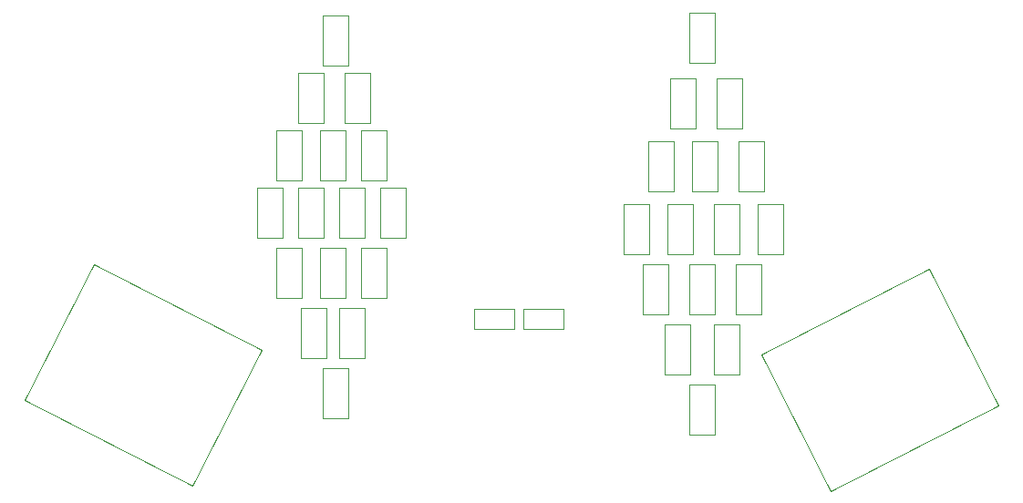
<source format=gbr>
%TF.GenerationSoftware,KiCad,Pcbnew,(6.0.4)*%
%TF.CreationDate,2022-08-21T15:28:52+02:00*%
%TF.ProjectId,Asfoora,4173666f-6f72-4612-9e6b-696361645f70,rev?*%
%TF.SameCoordinates,Original*%
%TF.FileFunction,Other,User*%
%FSLAX46Y46*%
G04 Gerber Fmt 4.6, Leading zero omitted, Abs format (unit mm)*
G04 Created by KiCad (PCBNEW (6.0.4)) date 2022-08-21 15:28:52*
%MOMM*%
%LPD*%
G01*
G04 APERTURE LIST*
%ADD10C,0.050000*%
G04 APERTURE END LIST*
D10*
%TO.C,D27*%
X171330000Y-107760000D02*
X169030000Y-107760000D01*
X171330000Y-103060000D02*
X171330000Y-107760000D01*
X171330000Y-103060000D02*
X169030000Y-103060000D01*
X169030000Y-107760000D02*
X169030000Y-103060000D01*
%TO.C,R1*%
X149042000Y-109154000D02*
X149042000Y-107254000D01*
X152742000Y-107254000D02*
X152742000Y-109154000D01*
X149042000Y-107254000D02*
X152742000Y-107254000D01*
X152742000Y-109154000D02*
X149042000Y-109154000D01*
%TO.C,D16*%
X137294000Y-117412000D02*
X134994000Y-117412000D01*
X134994000Y-117412000D02*
X134994000Y-112712000D01*
X137294000Y-112712000D02*
X134994000Y-112712000D01*
X137294000Y-112712000D02*
X137294000Y-117412000D01*
%TO.C,D7*%
X135008000Y-95948000D02*
X132708000Y-95948000D01*
X135008000Y-95948000D02*
X135008000Y-100648000D01*
X135008000Y-100648000D02*
X132708000Y-100648000D01*
X132708000Y-100648000D02*
X132708000Y-95948000D01*
%TO.C,D2*%
X135008000Y-85280000D02*
X135008000Y-89980000D01*
X132708000Y-89980000D02*
X132708000Y-85280000D01*
X135008000Y-85280000D02*
X132708000Y-85280000D01*
X135008000Y-89980000D02*
X132708000Y-89980000D01*
%TO.C,D29*%
X165234000Y-97472000D02*
X162934000Y-97472000D01*
X162934000Y-102172000D02*
X162934000Y-97472000D01*
X165234000Y-102172000D02*
X162934000Y-102172000D01*
X165234000Y-97472000D02*
X165234000Y-102172000D01*
%TO.C,D21*%
X169552000Y-85788000D02*
X167252000Y-85788000D01*
X169552000Y-85788000D02*
X169552000Y-90488000D01*
X169552000Y-90488000D02*
X167252000Y-90488000D01*
X167252000Y-90488000D02*
X167252000Y-85788000D01*
%TO.C,D20*%
X177680000Y-102172000D02*
X175380000Y-102172000D01*
X177680000Y-97472000D02*
X177680000Y-102172000D01*
X177680000Y-97472000D02*
X175380000Y-97472000D01*
X175380000Y-102172000D02*
X175380000Y-97472000D01*
%TO.C,D23*%
X173616000Y-97472000D02*
X171316000Y-97472000D01*
X171316000Y-102172000D02*
X171316000Y-97472000D01*
X173616000Y-102172000D02*
X171316000Y-102172000D01*
X173616000Y-97472000D02*
X173616000Y-102172000D01*
%TO.C,D13*%
X142628000Y-95948000D02*
X142628000Y-100648000D01*
X142628000Y-100648000D02*
X140328000Y-100648000D01*
X142628000Y-95948000D02*
X140328000Y-95948000D01*
X140328000Y-100648000D02*
X140328000Y-95948000D01*
%TO.C,SW16*%
X175694552Y-111493263D02*
X182141217Y-124145556D01*
X175694552Y-111493263D02*
X191287166Y-103548429D01*
X197733831Y-116200722D02*
X182141217Y-124145556D01*
X197733831Y-116200722D02*
X191287166Y-103548429D01*
%TO.C,D3*%
X132976000Y-90614000D02*
X130676000Y-90614000D01*
X132976000Y-95314000D02*
X130676000Y-95314000D01*
X130676000Y-95314000D02*
X130676000Y-90614000D01*
X132976000Y-90614000D02*
X132976000Y-95314000D01*
%TO.C,D24*%
X173348000Y-107760000D02*
X173348000Y-103060000D01*
X175648000Y-107760000D02*
X173348000Y-107760000D01*
X175648000Y-103060000D02*
X173348000Y-103060000D01*
X175648000Y-103060000D02*
X175648000Y-107760000D01*
%TO.C,R2*%
X153614000Y-109154000D02*
X153614000Y-107254000D01*
X153614000Y-107254000D02*
X157314000Y-107254000D01*
X157314000Y-107254000D02*
X157314000Y-109154000D01*
X157314000Y-109154000D02*
X153614000Y-109154000D01*
%TO.C,D9*%
X140850000Y-95314000D02*
X138550000Y-95314000D01*
X140850000Y-90614000D02*
X138550000Y-90614000D01*
X138550000Y-95314000D02*
X138550000Y-90614000D01*
X140850000Y-90614000D02*
X140850000Y-95314000D01*
%TO.C,D18*%
X173870000Y-85788000D02*
X171570000Y-85788000D01*
X173870000Y-85788000D02*
X173870000Y-90488000D01*
X171570000Y-90488000D02*
X171570000Y-85788000D01*
X173870000Y-90488000D02*
X171570000Y-90488000D01*
%TO.C,D5*%
X139326000Y-85280000D02*
X137026000Y-85280000D01*
X139326000Y-85280000D02*
X139326000Y-89980000D01*
X137026000Y-89980000D02*
X137026000Y-85280000D01*
X139326000Y-89980000D02*
X137026000Y-89980000D01*
%TO.C,D6*%
X137040000Y-95314000D02*
X134740000Y-95314000D01*
X137040000Y-90614000D02*
X137040000Y-95314000D01*
X137040000Y-90614000D02*
X134740000Y-90614000D01*
X134740000Y-95314000D02*
X134740000Y-90614000D01*
%TO.C,D12*%
X132962000Y-111824000D02*
X132962000Y-107124000D01*
X135262000Y-107124000D02*
X132962000Y-107124000D01*
X135262000Y-111824000D02*
X132962000Y-111824000D01*
X135262000Y-107124000D02*
X135262000Y-111824000D01*
%TO.C,D30*%
X167012000Y-103060000D02*
X164712000Y-103060000D01*
X167012000Y-103060000D02*
X167012000Y-107760000D01*
X167012000Y-107760000D02*
X164712000Y-107760000D01*
X164712000Y-107760000D02*
X164712000Y-103060000D01*
%TO.C,D4*%
X128898000Y-100648000D02*
X128898000Y-95948000D01*
X131198000Y-95948000D02*
X131198000Y-100648000D01*
X131198000Y-100648000D02*
X128898000Y-100648000D01*
X131198000Y-95948000D02*
X128898000Y-95948000D01*
%TO.C,SW1*%
X122870965Y-123696105D02*
X107278351Y-115751271D01*
X113725016Y-103098978D02*
X107278351Y-115751271D01*
X122870965Y-123696105D02*
X129317630Y-111043812D01*
X113725016Y-103098978D02*
X129317630Y-111043812D01*
%TO.C,D8*%
X132976000Y-106236000D02*
X130676000Y-106236000D01*
X130676000Y-106236000D02*
X130676000Y-101536000D01*
X132976000Y-101536000D02*
X130676000Y-101536000D01*
X132976000Y-101536000D02*
X132976000Y-106236000D01*
%TO.C,D1*%
X137294000Y-79946000D02*
X134994000Y-79946000D01*
X134994000Y-84646000D02*
X134994000Y-79946000D01*
X137294000Y-84646000D02*
X134994000Y-84646000D01*
X137294000Y-79946000D02*
X137294000Y-84646000D01*
%TO.C,D14*%
X140850000Y-101536000D02*
X140850000Y-106236000D01*
X140850000Y-101536000D02*
X138550000Y-101536000D01*
X138550000Y-106236000D02*
X138550000Y-101536000D01*
X140850000Y-106236000D02*
X138550000Y-106236000D01*
%TO.C,D19*%
X175902000Y-91630000D02*
X173602000Y-91630000D01*
X175902000Y-91630000D02*
X175902000Y-96330000D01*
X175902000Y-96330000D02*
X173602000Y-96330000D01*
X173602000Y-96330000D02*
X173602000Y-91630000D01*
%TO.C,D15*%
X138818000Y-107124000D02*
X136518000Y-107124000D01*
X138818000Y-111824000D02*
X136518000Y-111824000D01*
X138818000Y-107124000D02*
X138818000Y-111824000D01*
X136518000Y-111824000D02*
X136518000Y-107124000D01*
%TO.C,D17*%
X171330000Y-79692000D02*
X169030000Y-79692000D01*
X171330000Y-84392000D02*
X169030000Y-84392000D01*
X169030000Y-84392000D02*
X169030000Y-79692000D01*
X171330000Y-79692000D02*
X171330000Y-84392000D01*
%TO.C,D10*%
X136518000Y-100648000D02*
X136518000Y-95948000D01*
X138818000Y-95948000D02*
X138818000Y-100648000D01*
X138818000Y-95948000D02*
X136518000Y-95948000D01*
X138818000Y-100648000D02*
X136518000Y-100648000D01*
%TO.C,D31*%
X169044000Y-108648000D02*
X166744000Y-108648000D01*
X169044000Y-108648000D02*
X169044000Y-113348000D01*
X166744000Y-113348000D02*
X166744000Y-108648000D01*
X169044000Y-113348000D02*
X166744000Y-113348000D01*
%TO.C,D11*%
X137040000Y-101536000D02*
X134740000Y-101536000D01*
X137040000Y-101536000D02*
X137040000Y-106236000D01*
X137040000Y-106236000D02*
X134740000Y-106236000D01*
X134740000Y-106236000D02*
X134740000Y-101536000D01*
%TO.C,D32*%
X169030000Y-118936000D02*
X169030000Y-114236000D01*
X171330000Y-114236000D02*
X171330000Y-118936000D01*
X171330000Y-114236000D02*
X169030000Y-114236000D01*
X171330000Y-118936000D02*
X169030000Y-118936000D01*
%TO.C,D22*%
X169284000Y-96330000D02*
X169284000Y-91630000D01*
X171584000Y-96330000D02*
X169284000Y-96330000D01*
X171584000Y-91630000D02*
X169284000Y-91630000D01*
X171584000Y-91630000D02*
X171584000Y-96330000D01*
%TO.C,D26*%
X169298000Y-97472000D02*
X169298000Y-102172000D01*
X169298000Y-97472000D02*
X166998000Y-97472000D01*
X169298000Y-102172000D02*
X166998000Y-102172000D01*
X166998000Y-102172000D02*
X166998000Y-97472000D01*
%TO.C,D25*%
X167520000Y-91630000D02*
X167520000Y-96330000D01*
X165220000Y-96330000D02*
X165220000Y-91630000D01*
X167520000Y-96330000D02*
X165220000Y-96330000D01*
X167520000Y-91630000D02*
X165220000Y-91630000D01*
%TO.C,D28*%
X173616000Y-108648000D02*
X173616000Y-113348000D01*
X173616000Y-113348000D02*
X171316000Y-113348000D01*
X171316000Y-113348000D02*
X171316000Y-108648000D01*
X173616000Y-108648000D02*
X171316000Y-108648000D01*
%TD*%
M02*

</source>
